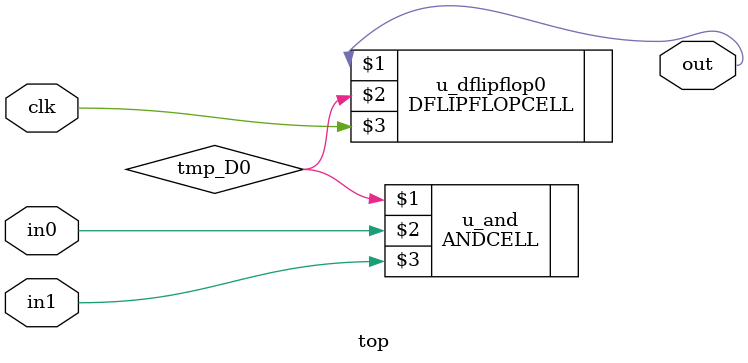
<source format=v>
module top(
   output  out,
   input   in0, in1, clk);

   wire            tmp_D0;
   ANDCELL         u_and(tmp_D0, in0, in1);
   DFLIPFLOPCELL   u_dflipflop0(out, tmp_D0, clk);
endmodule

</source>
